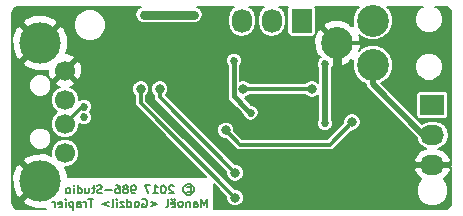
<source format=gbl>
G04 #@! TF.FileFunction,Copper,L2,Bot,Signal*
%FSLAX46Y46*%
G04 Gerber Fmt 4.6, Leading zero omitted, Abs format (unit mm)*
G04 Created by KiCad (PCBNEW 4.0.2+dfsg1-stable) date Thu 10 Aug 2017 18:21:02 BST*
%MOMM*%
G01*
G04 APERTURE LIST*
%ADD10C,0.150000*%
%ADD11C,0.175000*%
%ADD12R,1.727200X2.032000*%
%ADD13O,1.727200X2.032000*%
%ADD14R,2.032000X1.727200*%
%ADD15O,2.032000X1.727200*%
%ADD16C,1.700000*%
%ADD17C,3.500000*%
%ADD18C,2.700000*%
%ADD19C,0.685800*%
%ADD20C,0.800000*%
%ADD21C,0.800000*%
%ADD22C,0.300000*%
%ADD23C,0.500000*%
%ADD24C,0.400000*%
%ADD25C,0.180000*%
G04 APERTURE END LIST*
D10*
D11*
X163216667Y-95705833D02*
X163283333Y-95672500D01*
X163416667Y-95672500D01*
X163483333Y-95705833D01*
X163550000Y-95772500D01*
X163583333Y-95839167D01*
X163583333Y-95972500D01*
X163550000Y-96039167D01*
X163483333Y-96105833D01*
X163416667Y-96139167D01*
X163283333Y-96139167D01*
X163216667Y-96105833D01*
X163350000Y-95439167D02*
X163516667Y-95472500D01*
X163683333Y-95572500D01*
X163783333Y-95739167D01*
X163816667Y-95905833D01*
X163783333Y-96072500D01*
X163683333Y-96239167D01*
X163516667Y-96339167D01*
X163350000Y-96372500D01*
X163183333Y-96339167D01*
X163016667Y-96239167D01*
X162916667Y-96072500D01*
X162883333Y-95905833D01*
X162916667Y-95739167D01*
X163016667Y-95572500D01*
X163183333Y-95472500D01*
X163350000Y-95439167D01*
X162083334Y-95605833D02*
X162050000Y-95572500D01*
X161983334Y-95539167D01*
X161816667Y-95539167D01*
X161750000Y-95572500D01*
X161716667Y-95605833D01*
X161683334Y-95672500D01*
X161683334Y-95739167D01*
X161716667Y-95839167D01*
X162116667Y-96239167D01*
X161683334Y-96239167D01*
X161250000Y-95539167D02*
X161183333Y-95539167D01*
X161116667Y-95572500D01*
X161083333Y-95605833D01*
X161050000Y-95672500D01*
X161016667Y-95805833D01*
X161016667Y-95972500D01*
X161050000Y-96105833D01*
X161083333Y-96172500D01*
X161116667Y-96205833D01*
X161183333Y-96239167D01*
X161250000Y-96239167D01*
X161316667Y-96205833D01*
X161350000Y-96172500D01*
X161383333Y-96105833D01*
X161416667Y-95972500D01*
X161416667Y-95805833D01*
X161383333Y-95672500D01*
X161350000Y-95605833D01*
X161316667Y-95572500D01*
X161250000Y-95539167D01*
X160350000Y-96239167D02*
X160750000Y-96239167D01*
X160550000Y-96239167D02*
X160550000Y-95539167D01*
X160616666Y-95639167D01*
X160683333Y-95705833D01*
X160750000Y-95739167D01*
X160116666Y-95539167D02*
X159649999Y-95539167D01*
X159949999Y-96239167D01*
X158816666Y-96239167D02*
X158683333Y-96239167D01*
X158616666Y-96205833D01*
X158583333Y-96172500D01*
X158516666Y-96072500D01*
X158483333Y-95939167D01*
X158483333Y-95672500D01*
X158516666Y-95605833D01*
X158549999Y-95572500D01*
X158616666Y-95539167D01*
X158749999Y-95539167D01*
X158816666Y-95572500D01*
X158849999Y-95605833D01*
X158883333Y-95672500D01*
X158883333Y-95839167D01*
X158849999Y-95905833D01*
X158816666Y-95939167D01*
X158749999Y-95972500D01*
X158616666Y-95972500D01*
X158549999Y-95939167D01*
X158516666Y-95905833D01*
X158483333Y-95839167D01*
X158083332Y-95839167D02*
X158149999Y-95805833D01*
X158183332Y-95772500D01*
X158216666Y-95705833D01*
X158216666Y-95672500D01*
X158183332Y-95605833D01*
X158149999Y-95572500D01*
X158083332Y-95539167D01*
X157949999Y-95539167D01*
X157883332Y-95572500D01*
X157849999Y-95605833D01*
X157816666Y-95672500D01*
X157816666Y-95705833D01*
X157849999Y-95772500D01*
X157883332Y-95805833D01*
X157949999Y-95839167D01*
X158083332Y-95839167D01*
X158149999Y-95872500D01*
X158183332Y-95905833D01*
X158216666Y-95972500D01*
X158216666Y-96105833D01*
X158183332Y-96172500D01*
X158149999Y-96205833D01*
X158083332Y-96239167D01*
X157949999Y-96239167D01*
X157883332Y-96205833D01*
X157849999Y-96172500D01*
X157816666Y-96105833D01*
X157816666Y-95972500D01*
X157849999Y-95905833D01*
X157883332Y-95872500D01*
X157949999Y-95839167D01*
X157216665Y-95539167D02*
X157349999Y-95539167D01*
X157416665Y-95572500D01*
X157449999Y-95605833D01*
X157516665Y-95705833D01*
X157549999Y-95839167D01*
X157549999Y-96105833D01*
X157516665Y-96172500D01*
X157483332Y-96205833D01*
X157416665Y-96239167D01*
X157283332Y-96239167D01*
X157216665Y-96205833D01*
X157183332Y-96172500D01*
X157149999Y-96105833D01*
X157149999Y-95939167D01*
X157183332Y-95872500D01*
X157216665Y-95839167D01*
X157283332Y-95805833D01*
X157416665Y-95805833D01*
X157483332Y-95839167D01*
X157516665Y-95872500D01*
X157549999Y-95939167D01*
X156849998Y-95972500D02*
X156316665Y-95972500D01*
X156016665Y-96205833D02*
X155916665Y-96239167D01*
X155749998Y-96239167D01*
X155683331Y-96205833D01*
X155649998Y-96172500D01*
X155616665Y-96105833D01*
X155616665Y-96039167D01*
X155649998Y-95972500D01*
X155683331Y-95939167D01*
X155749998Y-95905833D01*
X155883331Y-95872500D01*
X155949998Y-95839167D01*
X155983331Y-95805833D01*
X156016665Y-95739167D01*
X156016665Y-95672500D01*
X155983331Y-95605833D01*
X155949998Y-95572500D01*
X155883331Y-95539167D01*
X155716665Y-95539167D01*
X155616665Y-95572500D01*
X155416664Y-95772500D02*
X155149998Y-95772500D01*
X155316664Y-95539167D02*
X155316664Y-96139167D01*
X155283331Y-96205833D01*
X155216664Y-96239167D01*
X155149998Y-96239167D01*
X154616664Y-95772500D02*
X154616664Y-96239167D01*
X154916664Y-95772500D02*
X154916664Y-96139167D01*
X154883331Y-96205833D01*
X154816664Y-96239167D01*
X154716664Y-96239167D01*
X154649998Y-96205833D01*
X154616664Y-96172500D01*
X153983331Y-96239167D02*
X153983331Y-95539167D01*
X153983331Y-96205833D02*
X154049998Y-96239167D01*
X154183331Y-96239167D01*
X154249998Y-96205833D01*
X154283331Y-96172500D01*
X154316665Y-96105833D01*
X154316665Y-95905833D01*
X154283331Y-95839167D01*
X154249998Y-95805833D01*
X154183331Y-95772500D01*
X154049998Y-95772500D01*
X153983331Y-95805833D01*
X153649998Y-96239167D02*
X153649998Y-95772500D01*
X153649998Y-95539167D02*
X153683332Y-95572500D01*
X153649998Y-95605833D01*
X153616665Y-95572500D01*
X153649998Y-95539167D01*
X153649998Y-95605833D01*
X153216665Y-96239167D02*
X153283332Y-96205833D01*
X153316665Y-96172500D01*
X153349999Y-96105833D01*
X153349999Y-95905833D01*
X153316665Y-95839167D01*
X153283332Y-95805833D01*
X153216665Y-95772500D01*
X153116665Y-95772500D01*
X153049999Y-95805833D01*
X153016665Y-95839167D01*
X152983332Y-95905833D01*
X152983332Y-96105833D01*
X153016665Y-96172500D01*
X153049999Y-96205833D01*
X153116665Y-96239167D01*
X153216665Y-96239167D01*
X164883331Y-97394167D02*
X164883331Y-96694167D01*
X164649998Y-97194167D01*
X164416665Y-96694167D01*
X164416665Y-97394167D01*
X163783331Y-97394167D02*
X163783331Y-97027500D01*
X163816665Y-96960833D01*
X163883331Y-96927500D01*
X164016665Y-96927500D01*
X164083331Y-96960833D01*
X163783331Y-97360833D02*
X163849998Y-97394167D01*
X164016665Y-97394167D01*
X164083331Y-97360833D01*
X164116665Y-97294167D01*
X164116665Y-97227500D01*
X164083331Y-97160833D01*
X164016665Y-97127500D01*
X163849998Y-97127500D01*
X163783331Y-97094167D01*
X163449998Y-96927500D02*
X163449998Y-97394167D01*
X163449998Y-96994167D02*
X163416665Y-96960833D01*
X163349998Y-96927500D01*
X163249998Y-96927500D01*
X163183332Y-96960833D01*
X163149998Y-97027500D01*
X163149998Y-97394167D01*
X162716665Y-97394167D02*
X162783332Y-97360833D01*
X162816665Y-97327500D01*
X162849999Y-97260833D01*
X162849999Y-97060833D01*
X162816665Y-96994167D01*
X162783332Y-96960833D01*
X162716665Y-96927500D01*
X162616665Y-96927500D01*
X162549999Y-96960833D01*
X162516665Y-96994167D01*
X162483332Y-97060833D01*
X162483332Y-97260833D01*
X162516665Y-97327500D01*
X162549999Y-97360833D01*
X162616665Y-97394167D01*
X162716665Y-97394167D01*
X161916666Y-97360833D02*
X161983332Y-97394167D01*
X162116666Y-97394167D01*
X162183332Y-97360833D01*
X162216666Y-97294167D01*
X162216666Y-97027500D01*
X162183332Y-96960833D01*
X162116666Y-96927500D01*
X161983332Y-96927500D01*
X161916666Y-96960833D01*
X161883332Y-97027500D01*
X161883332Y-97094167D01*
X162216666Y-97160833D01*
X162183332Y-96694167D02*
X162149999Y-96727500D01*
X162183332Y-96760833D01*
X162216666Y-96727500D01*
X162183332Y-96694167D01*
X162183332Y-96760833D01*
X161916666Y-96694167D02*
X161883332Y-96727500D01*
X161916666Y-96760833D01*
X161949999Y-96727500D01*
X161916666Y-96694167D01*
X161916666Y-96760833D01*
X161483332Y-97394167D02*
X161549999Y-97360833D01*
X161583332Y-97294167D01*
X161583332Y-96694167D01*
X160149999Y-96927500D02*
X160683332Y-97127500D01*
X160149999Y-97327500D01*
X159449999Y-96727500D02*
X159516665Y-96694167D01*
X159616665Y-96694167D01*
X159716665Y-96727500D01*
X159783332Y-96794167D01*
X159816665Y-96860833D01*
X159849999Y-96994167D01*
X159849999Y-97094167D01*
X159816665Y-97227500D01*
X159783332Y-97294167D01*
X159716665Y-97360833D01*
X159616665Y-97394167D01*
X159549999Y-97394167D01*
X159449999Y-97360833D01*
X159416665Y-97327500D01*
X159416665Y-97094167D01*
X159549999Y-97094167D01*
X159016665Y-97394167D02*
X159083332Y-97360833D01*
X159116665Y-97327500D01*
X159149999Y-97260833D01*
X159149999Y-97060833D01*
X159116665Y-96994167D01*
X159083332Y-96960833D01*
X159016665Y-96927500D01*
X158916665Y-96927500D01*
X158849999Y-96960833D01*
X158816665Y-96994167D01*
X158783332Y-97060833D01*
X158783332Y-97260833D01*
X158816665Y-97327500D01*
X158849999Y-97360833D01*
X158916665Y-97394167D01*
X159016665Y-97394167D01*
X158183332Y-97394167D02*
X158183332Y-96694167D01*
X158183332Y-97360833D02*
X158249999Y-97394167D01*
X158383332Y-97394167D01*
X158449999Y-97360833D01*
X158483332Y-97327500D01*
X158516666Y-97260833D01*
X158516666Y-97060833D01*
X158483332Y-96994167D01*
X158449999Y-96960833D01*
X158383332Y-96927500D01*
X158249999Y-96927500D01*
X158183332Y-96960833D01*
X157916666Y-96927500D02*
X157549999Y-96927500D01*
X157916666Y-97394167D01*
X157549999Y-97394167D01*
X157283332Y-97394167D02*
X157283332Y-96927500D01*
X157283332Y-96694167D02*
X157316666Y-96727500D01*
X157283332Y-96760833D01*
X157249999Y-96727500D01*
X157283332Y-96694167D01*
X157283332Y-96760833D01*
X156849999Y-97394167D02*
X156916666Y-97360833D01*
X156949999Y-97294167D01*
X156949999Y-96694167D01*
X156583332Y-96927500D02*
X156049999Y-97127500D01*
X156583332Y-97327500D01*
X155283332Y-96694167D02*
X154883332Y-96694167D01*
X155083332Y-97394167D02*
X155083332Y-96694167D01*
X154649999Y-97394167D02*
X154649999Y-96927500D01*
X154649999Y-97060833D02*
X154616666Y-96994167D01*
X154583333Y-96960833D01*
X154516666Y-96927500D01*
X154449999Y-96927500D01*
X153916666Y-97394167D02*
X153916666Y-97027500D01*
X153950000Y-96960833D01*
X154016666Y-96927500D01*
X154150000Y-96927500D01*
X154216666Y-96960833D01*
X153916666Y-97360833D02*
X153983333Y-97394167D01*
X154150000Y-97394167D01*
X154216666Y-97360833D01*
X154250000Y-97294167D01*
X154250000Y-97227500D01*
X154216666Y-97160833D01*
X154150000Y-97127500D01*
X153983333Y-97127500D01*
X153916666Y-97094167D01*
X153583333Y-96927500D02*
X153583333Y-97627500D01*
X153583333Y-96960833D02*
X153516667Y-96927500D01*
X153383333Y-96927500D01*
X153316667Y-96960833D01*
X153283333Y-96994167D01*
X153250000Y-97060833D01*
X153250000Y-97260833D01*
X153283333Y-97327500D01*
X153316667Y-97360833D01*
X153383333Y-97394167D01*
X153516667Y-97394167D01*
X153583333Y-97360833D01*
X152950000Y-97394167D02*
X152950000Y-96927500D01*
X152950000Y-96694167D02*
X152983334Y-96727500D01*
X152950000Y-96760833D01*
X152916667Y-96727500D01*
X152950000Y-96694167D01*
X152950000Y-96760833D01*
X152350001Y-97360833D02*
X152416667Y-97394167D01*
X152550001Y-97394167D01*
X152616667Y-97360833D01*
X152650001Y-97294167D01*
X152650001Y-97027500D01*
X152616667Y-96960833D01*
X152550001Y-96927500D01*
X152416667Y-96927500D01*
X152350001Y-96960833D01*
X152316667Y-97027500D01*
X152316667Y-97094167D01*
X152650001Y-97160833D01*
X152016667Y-97394167D02*
X152016667Y-96927500D01*
X152016667Y-97060833D02*
X151983334Y-96994167D01*
X151950001Y-96960833D01*
X151883334Y-96927500D01*
X151816667Y-96927500D01*
D12*
X172940000Y-81600000D03*
D13*
X170400000Y-81600000D03*
X167860000Y-81600000D03*
D14*
X184000000Y-88760000D03*
D15*
X184000000Y-91300000D03*
X184000000Y-93840000D03*
D16*
X152900000Y-88350000D03*
X152900000Y-90350000D03*
X152900000Y-92850000D03*
X152900000Y-85850000D03*
D17*
X150800000Y-83500000D03*
X150800000Y-95200000D03*
D18*
X178950000Y-81600000D03*
X178950000Y-85400000D03*
X175950000Y-83500000D03*
D19*
X173700000Y-89200000D03*
X162300004Y-87000000D03*
X159600000Y-82700000D03*
X161700000Y-94600000D03*
X176200000Y-96600000D03*
X179600000Y-94000000D03*
X158100000Y-83900000D03*
X168600000Y-89399998D03*
X167200000Y-85000000D03*
X159600000Y-81100000D03*
X163800000Y-81100000D03*
D20*
X159300000Y-87400000D03*
X167300000Y-96600000D03*
X167300000Y-94500000D03*
X160900000Y-87400000D03*
D19*
X174900000Y-90299999D03*
X174900000Y-85300000D03*
D20*
X166500002Y-90900000D03*
X177200000Y-90200000D03*
X168000000Y-87400000D03*
X173800000Y-87400000D03*
D19*
X154500000Y-89792900D03*
X154500000Y-88907100D03*
D21*
X179675000Y-91075000D02*
X179600000Y-91150000D01*
X179600000Y-91150000D02*
X179600000Y-94000000D01*
X175950000Y-87350000D02*
X179675000Y-91075000D01*
X175950000Y-83500000D02*
X175950000Y-87350000D01*
D22*
X175950000Y-83500000D02*
X182550000Y-83500000D01*
D23*
X184000000Y-93840000D02*
X185390000Y-93840000D01*
D24*
X167200000Y-87999998D02*
X168257101Y-89057099D01*
X167200000Y-85000000D02*
X167200000Y-87999998D01*
X168257101Y-89057099D02*
X168600000Y-89399998D01*
D21*
X163800000Y-81100000D02*
X159600000Y-81100000D01*
D23*
X178950000Y-85250000D02*
X178950000Y-87017766D01*
X183232234Y-91300000D02*
X184000000Y-91300000D01*
X178950000Y-87017766D02*
X183232234Y-91300000D01*
D22*
X159300000Y-87965685D02*
X159300000Y-87400000D01*
X159300000Y-88600000D02*
X159300000Y-87965685D01*
X167300000Y-96600000D02*
X159300000Y-88600000D01*
X167300000Y-94500000D02*
X160900000Y-88100000D01*
X160900000Y-88100000D02*
X160900000Y-87400000D01*
D23*
X174900000Y-85300000D02*
X174900000Y-90299999D01*
D22*
X177200000Y-90200000D02*
X175300000Y-92100000D01*
X175300000Y-92100000D02*
X167700002Y-92100000D01*
X167700002Y-92100000D02*
X166500002Y-90900000D01*
X173800000Y-87400000D02*
X168000000Y-87400000D01*
X154500000Y-88907100D02*
X154342900Y-88907100D01*
X154342900Y-88907100D02*
X152900000Y-90350000D01*
D25*
G36*
X159316814Y-80416329D02*
X159076741Y-80576741D01*
X158916329Y-80816814D01*
X158860000Y-81100000D01*
X158916329Y-81383186D01*
X159076741Y-81623259D01*
X159316814Y-81783671D01*
X159600000Y-81840000D01*
X163800000Y-81840000D01*
X164083186Y-81783671D01*
X164323259Y-81623259D01*
X164483671Y-81383186D01*
X164540000Y-81100000D01*
X164483671Y-80816814D01*
X164323259Y-80576741D01*
X164083186Y-80416329D01*
X164076505Y-80415000D01*
X167240841Y-80415000D01*
X167008926Y-80569960D01*
X166748019Y-80960436D01*
X166656400Y-81421034D01*
X166656400Y-81778966D01*
X166748019Y-82239564D01*
X167008926Y-82630040D01*
X167399402Y-82890947D01*
X167860000Y-82982566D01*
X168320598Y-82890947D01*
X168711074Y-82630040D01*
X168971981Y-82239564D01*
X169063600Y-81778966D01*
X169063600Y-81421034D01*
X168971981Y-80960436D01*
X168711074Y-80569960D01*
X168479159Y-80415000D01*
X169780841Y-80415000D01*
X169548926Y-80569960D01*
X169288019Y-80960436D01*
X169196400Y-81421034D01*
X169196400Y-81778966D01*
X169288019Y-82239564D01*
X169548926Y-82630040D01*
X169939402Y-82890947D01*
X170400000Y-82982566D01*
X170860598Y-82890947D01*
X171251074Y-82630040D01*
X171511981Y-82239564D01*
X171603600Y-81778966D01*
X171603600Y-81421034D01*
X171511981Y-80960436D01*
X171251074Y-80569960D01*
X171019159Y-80415000D01*
X171780372Y-80415000D01*
X171757052Y-80449130D01*
X171729740Y-80584000D01*
X171729740Y-82616000D01*
X171753448Y-82741996D01*
X171827911Y-82857716D01*
X171941530Y-82935348D01*
X172076400Y-82962660D01*
X173803600Y-82962660D01*
X173929596Y-82938952D01*
X174045316Y-82864489D01*
X174122948Y-82750870D01*
X174150260Y-82616000D01*
X174150260Y-80584000D01*
X174126552Y-80458004D01*
X174098880Y-80415000D01*
X177744961Y-80415000D01*
X177518123Y-80641442D01*
X177260294Y-81262363D01*
X177259707Y-81934687D01*
X177308049Y-82051683D01*
X177237216Y-81980850D01*
X177127563Y-82090503D01*
X176980773Y-81802250D01*
X176252609Y-81537023D01*
X175478376Y-81570643D01*
X174919227Y-81802250D01*
X174772436Y-82090505D01*
X175950000Y-83268069D01*
X175964143Y-83253927D01*
X176196074Y-83485858D01*
X176181931Y-83500000D01*
X176196074Y-83514143D01*
X175964143Y-83746074D01*
X175950000Y-83731931D01*
X175935858Y-83746074D01*
X175703927Y-83514143D01*
X175718069Y-83500000D01*
X174540505Y-82322436D01*
X174252250Y-82469227D01*
X173987023Y-83197391D01*
X174020643Y-83971624D01*
X174252250Y-84530773D01*
X174540503Y-84677563D01*
X174430850Y-84787216D01*
X174438952Y-84795318D01*
X174321403Y-84912663D01*
X174217219Y-85163567D01*
X174216982Y-85435241D01*
X174310000Y-85660363D01*
X174310000Y-86863460D01*
X174219723Y-86773025D01*
X173947841Y-86660129D01*
X173653451Y-86659872D01*
X173381372Y-86772293D01*
X173243425Y-86910000D01*
X168556459Y-86910000D01*
X168419723Y-86773025D01*
X168147841Y-86660129D01*
X167853451Y-86659872D01*
X167740000Y-86706749D01*
X167740000Y-85425867D01*
X167778597Y-85387337D01*
X167882781Y-85136433D01*
X167883018Y-84864759D01*
X167779272Y-84613673D01*
X167587337Y-84421403D01*
X167336433Y-84317219D01*
X167064759Y-84316982D01*
X166813673Y-84420728D01*
X166621403Y-84612663D01*
X166517219Y-84863567D01*
X166516982Y-85135241D01*
X166620728Y-85386327D01*
X166660000Y-85425668D01*
X166660000Y-87999998D01*
X166701105Y-88206647D01*
X166818162Y-88381836D01*
X167875261Y-89438934D01*
X167875263Y-89438937D01*
X167917030Y-89480703D01*
X167916982Y-89535239D01*
X168020728Y-89786325D01*
X168212663Y-89978595D01*
X168463567Y-90082779D01*
X168735241Y-90083016D01*
X168986327Y-89979270D01*
X169178597Y-89787335D01*
X169282781Y-89536431D01*
X169283018Y-89264757D01*
X169179272Y-89013671D01*
X168987337Y-88821401D01*
X168736433Y-88717217D01*
X168680846Y-88717169D01*
X168638939Y-88675261D01*
X168638936Y-88675259D01*
X168103768Y-88140091D01*
X168146549Y-88140128D01*
X168418628Y-88027707D01*
X168556575Y-87890000D01*
X173243541Y-87890000D01*
X173380277Y-88026975D01*
X173652159Y-88139871D01*
X173946549Y-88140128D01*
X174218628Y-88027707D01*
X174310000Y-87936494D01*
X174310000Y-89940124D01*
X174217219Y-90163566D01*
X174216982Y-90435240D01*
X174320728Y-90686326D01*
X174512663Y-90878596D01*
X174763567Y-90982780D01*
X175035241Y-90983017D01*
X175286327Y-90879271D01*
X175478597Y-90687336D01*
X175582781Y-90436432D01*
X175583018Y-90164758D01*
X175490000Y-89939636D01*
X175490000Y-85659875D01*
X175581695Y-85439048D01*
X175647391Y-85462977D01*
X176421624Y-85429357D01*
X176980773Y-85197750D01*
X177127563Y-84909497D01*
X177237216Y-85019150D01*
X177307367Y-84948999D01*
X177260294Y-85062363D01*
X177259707Y-85734687D01*
X177516452Y-86356057D01*
X177991442Y-86831877D01*
X178360000Y-86984916D01*
X178360000Y-87017766D01*
X178404911Y-87243549D01*
X178532807Y-87434959D01*
X182671958Y-91574110D01*
X182709053Y-91760598D01*
X182969960Y-92151074D01*
X183360436Y-92411981D01*
X183499615Y-92439666D01*
X183074365Y-92600396D01*
X182658848Y-92990659D01*
X182438766Y-93450818D01*
X182545790Y-93676000D01*
X183836000Y-93676000D01*
X183836000Y-93656000D01*
X184164000Y-93656000D01*
X184164000Y-93676000D01*
X184184000Y-93676000D01*
X184184000Y-94004000D01*
X184164000Y-94004000D01*
X184164000Y-94024000D01*
X183836000Y-94024000D01*
X183836000Y-94004000D01*
X182545790Y-94004000D01*
X182438766Y-94229182D01*
X182658848Y-94689341D01*
X183049086Y-95055862D01*
X182864666Y-95239960D01*
X182660233Y-95732288D01*
X182659768Y-96265373D01*
X182863341Y-96758057D01*
X183239960Y-97135334D01*
X183732288Y-97339767D01*
X184265373Y-97340232D01*
X184758057Y-97136659D01*
X185135334Y-96760040D01*
X185339767Y-96267712D01*
X185340232Y-95734627D01*
X185136659Y-95241943D01*
X184950908Y-95055867D01*
X185341152Y-94689341D01*
X185561234Y-94229182D01*
X185454211Y-94004002D01*
X185585000Y-94004002D01*
X185585000Y-96959126D01*
X185532958Y-97220759D01*
X185407909Y-97407908D01*
X185220758Y-97532959D01*
X184959126Y-97585000D01*
X165477499Y-97585000D01*
X165477499Y-95470464D01*
X166560041Y-96553006D01*
X166559872Y-96746549D01*
X166672293Y-97018628D01*
X166880277Y-97226975D01*
X167152159Y-97339871D01*
X167446549Y-97340128D01*
X167718628Y-97227707D01*
X167926975Y-97019723D01*
X168039871Y-96747841D01*
X168040128Y-96453451D01*
X167927707Y-96181372D01*
X167719723Y-95973025D01*
X167447841Y-95860129D01*
X167252924Y-95859959D01*
X159790000Y-88397036D01*
X159790000Y-87956459D01*
X159926975Y-87819723D01*
X160039871Y-87547841D01*
X160039872Y-87546549D01*
X160159872Y-87546549D01*
X160272293Y-87818628D01*
X160410000Y-87956575D01*
X160410000Y-88100000D01*
X160447299Y-88287515D01*
X160553518Y-88446482D01*
X166560041Y-94453005D01*
X166559872Y-94646549D01*
X166672293Y-94918628D01*
X166880277Y-95126975D01*
X167152159Y-95239871D01*
X167446549Y-95240128D01*
X167718628Y-95127707D01*
X167926975Y-94919723D01*
X168039871Y-94647841D01*
X168040128Y-94353451D01*
X167927707Y-94081372D01*
X167719723Y-93873025D01*
X167447841Y-93760129D01*
X167252923Y-93759959D01*
X164539513Y-91046549D01*
X165759874Y-91046549D01*
X165872295Y-91318628D01*
X166080279Y-91526975D01*
X166352161Y-91639871D01*
X166547079Y-91640041D01*
X167353519Y-92446482D01*
X167493235Y-92539837D01*
X167512487Y-92552701D01*
X167700002Y-92590000D01*
X175300000Y-92590000D01*
X175487515Y-92552701D01*
X175646482Y-92446482D01*
X177153005Y-90939959D01*
X177346549Y-90940128D01*
X177618628Y-90827707D01*
X177826975Y-90619723D01*
X177939871Y-90347841D01*
X177940128Y-90053451D01*
X177827707Y-89781372D01*
X177619723Y-89573025D01*
X177347841Y-89460129D01*
X177053451Y-89459872D01*
X176781372Y-89572293D01*
X176573025Y-89780277D01*
X176460129Y-90052159D01*
X176459959Y-90247077D01*
X175097036Y-91610000D01*
X167902967Y-91610000D01*
X167239961Y-90946995D01*
X167240130Y-90753451D01*
X167127709Y-90481372D01*
X166919725Y-90273025D01*
X166647843Y-90160129D01*
X166353453Y-90159872D01*
X166081374Y-90272293D01*
X165873027Y-90480277D01*
X165760131Y-90752159D01*
X165759874Y-91046549D01*
X164539513Y-91046549D01*
X161419738Y-87926774D01*
X161526975Y-87819723D01*
X161639871Y-87547841D01*
X161640128Y-87253451D01*
X161527707Y-86981372D01*
X161319723Y-86773025D01*
X161047841Y-86660129D01*
X160753451Y-86659872D01*
X160481372Y-86772293D01*
X160273025Y-86980277D01*
X160160129Y-87252159D01*
X160159872Y-87546549D01*
X160039872Y-87546549D01*
X160040128Y-87253451D01*
X159927707Y-86981372D01*
X159719723Y-86773025D01*
X159447841Y-86660129D01*
X159153451Y-86659872D01*
X158881372Y-86772293D01*
X158673025Y-86980277D01*
X158560129Y-87252159D01*
X158559872Y-87546549D01*
X158672293Y-87818628D01*
X158810000Y-87956575D01*
X158810000Y-88600000D01*
X158847299Y-88787515D01*
X158953518Y-88946482D01*
X164837035Y-94830000D01*
X153138168Y-94830000D01*
X153133317Y-94664395D01*
X152874674Y-94039978D01*
X153135667Y-94040206D01*
X153573200Y-93859421D01*
X153908244Y-93524961D01*
X154089793Y-93087744D01*
X154090206Y-92614333D01*
X153909421Y-92176800D01*
X153574961Y-91841756D01*
X153137744Y-91660207D01*
X152664333Y-91659794D01*
X152226800Y-91840579D01*
X151891756Y-92175039D01*
X151710207Y-92612256D01*
X151709839Y-93033951D01*
X151198087Y-92839330D01*
X150264395Y-92866683D01*
X149528826Y-93171367D01*
X149333107Y-93501176D01*
X150800000Y-94968069D01*
X150814143Y-94953927D01*
X151046074Y-95185858D01*
X151031931Y-95200000D01*
X151046074Y-95214143D01*
X150814143Y-95446074D01*
X150800000Y-95431931D01*
X149333107Y-96898824D01*
X149528826Y-97228633D01*
X150401913Y-97560670D01*
X151322502Y-97533701D01*
X151322502Y-97585000D01*
X149040874Y-97585000D01*
X148779241Y-97532958D01*
X148592092Y-97407909D01*
X148467041Y-97220758D01*
X148415000Y-96959126D01*
X148415000Y-94801913D01*
X148439330Y-94801913D01*
X148466683Y-95735605D01*
X148771367Y-96471174D01*
X149101176Y-96666893D01*
X150568069Y-95200000D01*
X149101176Y-93733107D01*
X148771367Y-93928826D01*
X148439330Y-94801913D01*
X148415000Y-94801913D01*
X148415000Y-91786157D01*
X149859837Y-91786157D01*
X150002642Y-92131772D01*
X150266837Y-92396429D01*
X150612202Y-92539837D01*
X150986157Y-92540163D01*
X151331772Y-92397358D01*
X151596429Y-92133163D01*
X151739837Y-91787798D01*
X151740163Y-91413843D01*
X151597358Y-91068228D01*
X151333163Y-90803571D01*
X150987798Y-90660163D01*
X150613843Y-90659837D01*
X150268228Y-90802642D01*
X150003571Y-91066837D01*
X149860163Y-91412202D01*
X149859837Y-91786157D01*
X148415000Y-91786157D01*
X148415000Y-88585667D01*
X151709794Y-88585667D01*
X151890579Y-89023200D01*
X152217085Y-89350277D01*
X151891756Y-89675039D01*
X151710207Y-90112256D01*
X151709794Y-90585667D01*
X151890579Y-91023200D01*
X152225039Y-91358244D01*
X152662256Y-91539793D01*
X153135667Y-91540206D01*
X153573200Y-91359421D01*
X153908244Y-91024961D01*
X154089793Y-90587744D01*
X154090001Y-90348796D01*
X154112663Y-90371497D01*
X154363567Y-90475681D01*
X154635241Y-90475918D01*
X154886327Y-90372172D01*
X155078597Y-90180237D01*
X155182781Y-89929333D01*
X155183018Y-89657659D01*
X155079272Y-89406573D01*
X155022867Y-89350070D01*
X155078597Y-89294437D01*
X155182781Y-89043533D01*
X155183018Y-88771859D01*
X155079272Y-88520773D01*
X154887337Y-88328503D01*
X154636433Y-88224319D01*
X154364759Y-88224082D01*
X154113673Y-88327828D01*
X154089999Y-88351461D01*
X154090206Y-88114333D01*
X153909421Y-87676800D01*
X153574961Y-87341756D01*
X153351133Y-87248814D01*
X153629738Y-87133412D01*
X153715078Y-86897009D01*
X152900000Y-86081931D01*
X152084922Y-86897009D01*
X152170262Y-87133412D01*
X152479567Y-87236138D01*
X152226800Y-87340579D01*
X151891756Y-87675039D01*
X151710207Y-88112256D01*
X151709794Y-88585667D01*
X148415000Y-88585667D01*
X148415000Y-87286157D01*
X149859837Y-87286157D01*
X150002642Y-87631772D01*
X150266837Y-87896429D01*
X150612202Y-88039837D01*
X150986157Y-88040163D01*
X151331772Y-87897358D01*
X151596429Y-87633163D01*
X151739837Y-87287798D01*
X151740163Y-86913843D01*
X151597358Y-86568228D01*
X151333163Y-86303571D01*
X150987798Y-86160163D01*
X150613843Y-86159837D01*
X150268228Y-86302642D01*
X150003571Y-86566837D01*
X149860163Y-86912202D01*
X149859837Y-87286157D01*
X148415000Y-87286157D01*
X148415000Y-85198824D01*
X149333107Y-85198824D01*
X149528826Y-85528633D01*
X150401913Y-85860670D01*
X151335605Y-85833317D01*
X151443795Y-85788503D01*
X151476487Y-86241506D01*
X151616588Y-86579738D01*
X151852991Y-86665078D01*
X152668069Y-85850000D01*
X153131931Y-85850000D01*
X153947009Y-86665078D01*
X154183412Y-86579738D01*
X154364977Y-86033050D01*
X154323513Y-85458494D01*
X154183412Y-85120262D01*
X153947009Y-85034922D01*
X153131931Y-85850000D01*
X152668069Y-85850000D01*
X152653927Y-85835858D01*
X152885858Y-85603927D01*
X152900000Y-85618069D01*
X153715078Y-84802991D01*
X153629738Y-84566588D01*
X153083050Y-84385023D01*
X152972452Y-84393005D01*
X153160670Y-83898087D01*
X153133317Y-82964395D01*
X152843772Y-82265373D01*
X153659768Y-82265373D01*
X153863341Y-82758057D01*
X154239960Y-83135334D01*
X154732288Y-83339767D01*
X155265373Y-83340232D01*
X155758057Y-83136659D01*
X156135334Y-82760040D01*
X156339767Y-82267712D01*
X156340232Y-81734627D01*
X156136659Y-81241943D01*
X155760040Y-80864666D01*
X155267712Y-80660233D01*
X154734627Y-80659768D01*
X154241943Y-80863341D01*
X153864666Y-81239960D01*
X153660233Y-81732288D01*
X153659768Y-82265373D01*
X152843772Y-82265373D01*
X152828633Y-82228826D01*
X152498824Y-82033107D01*
X151031931Y-83500000D01*
X151046074Y-83514143D01*
X150814143Y-83746074D01*
X150800000Y-83731931D01*
X149333107Y-85198824D01*
X148415000Y-85198824D01*
X148415000Y-83101913D01*
X148439330Y-83101913D01*
X148466683Y-84035605D01*
X148771367Y-84771174D01*
X149101176Y-84966893D01*
X150568069Y-83500000D01*
X149101176Y-82033107D01*
X148771367Y-82228826D01*
X148439330Y-83101913D01*
X148415000Y-83101913D01*
X148415000Y-81801176D01*
X149333107Y-81801176D01*
X150800000Y-83268069D01*
X152266893Y-81801176D01*
X152071174Y-81471367D01*
X151198087Y-81139330D01*
X150264395Y-81166683D01*
X149528826Y-81471367D01*
X149333107Y-81801176D01*
X148415000Y-81801176D01*
X148415000Y-81040874D01*
X148467041Y-80779242D01*
X148592092Y-80592091D01*
X148779241Y-80467042D01*
X149040874Y-80415000D01*
X159323495Y-80415000D01*
X159316814Y-80416329D01*
X159316814Y-80416329D01*
G37*
X159316814Y-80416329D02*
X159076741Y-80576741D01*
X158916329Y-80816814D01*
X158860000Y-81100000D01*
X158916329Y-81383186D01*
X159076741Y-81623259D01*
X159316814Y-81783671D01*
X159600000Y-81840000D01*
X163800000Y-81840000D01*
X164083186Y-81783671D01*
X164323259Y-81623259D01*
X164483671Y-81383186D01*
X164540000Y-81100000D01*
X164483671Y-80816814D01*
X164323259Y-80576741D01*
X164083186Y-80416329D01*
X164076505Y-80415000D01*
X167240841Y-80415000D01*
X167008926Y-80569960D01*
X166748019Y-80960436D01*
X166656400Y-81421034D01*
X166656400Y-81778966D01*
X166748019Y-82239564D01*
X167008926Y-82630040D01*
X167399402Y-82890947D01*
X167860000Y-82982566D01*
X168320598Y-82890947D01*
X168711074Y-82630040D01*
X168971981Y-82239564D01*
X169063600Y-81778966D01*
X169063600Y-81421034D01*
X168971981Y-80960436D01*
X168711074Y-80569960D01*
X168479159Y-80415000D01*
X169780841Y-80415000D01*
X169548926Y-80569960D01*
X169288019Y-80960436D01*
X169196400Y-81421034D01*
X169196400Y-81778966D01*
X169288019Y-82239564D01*
X169548926Y-82630040D01*
X169939402Y-82890947D01*
X170400000Y-82982566D01*
X170860598Y-82890947D01*
X171251074Y-82630040D01*
X171511981Y-82239564D01*
X171603600Y-81778966D01*
X171603600Y-81421034D01*
X171511981Y-80960436D01*
X171251074Y-80569960D01*
X171019159Y-80415000D01*
X171780372Y-80415000D01*
X171757052Y-80449130D01*
X171729740Y-80584000D01*
X171729740Y-82616000D01*
X171753448Y-82741996D01*
X171827911Y-82857716D01*
X171941530Y-82935348D01*
X172076400Y-82962660D01*
X173803600Y-82962660D01*
X173929596Y-82938952D01*
X174045316Y-82864489D01*
X174122948Y-82750870D01*
X174150260Y-82616000D01*
X174150260Y-80584000D01*
X174126552Y-80458004D01*
X174098880Y-80415000D01*
X177744961Y-80415000D01*
X177518123Y-80641442D01*
X177260294Y-81262363D01*
X177259707Y-81934687D01*
X177308049Y-82051683D01*
X177237216Y-81980850D01*
X177127563Y-82090503D01*
X176980773Y-81802250D01*
X176252609Y-81537023D01*
X175478376Y-81570643D01*
X174919227Y-81802250D01*
X174772436Y-82090505D01*
X175950000Y-83268069D01*
X175964143Y-83253927D01*
X176196074Y-83485858D01*
X176181931Y-83500000D01*
X176196074Y-83514143D01*
X175964143Y-83746074D01*
X175950000Y-83731931D01*
X175935858Y-83746074D01*
X175703927Y-83514143D01*
X175718069Y-83500000D01*
X174540505Y-82322436D01*
X174252250Y-82469227D01*
X173987023Y-83197391D01*
X174020643Y-83971624D01*
X174252250Y-84530773D01*
X174540503Y-84677563D01*
X174430850Y-84787216D01*
X174438952Y-84795318D01*
X174321403Y-84912663D01*
X174217219Y-85163567D01*
X174216982Y-85435241D01*
X174310000Y-85660363D01*
X174310000Y-86863460D01*
X174219723Y-86773025D01*
X173947841Y-86660129D01*
X173653451Y-86659872D01*
X173381372Y-86772293D01*
X173243425Y-86910000D01*
X168556459Y-86910000D01*
X168419723Y-86773025D01*
X168147841Y-86660129D01*
X167853451Y-86659872D01*
X167740000Y-86706749D01*
X167740000Y-85425867D01*
X167778597Y-85387337D01*
X167882781Y-85136433D01*
X167883018Y-84864759D01*
X167779272Y-84613673D01*
X167587337Y-84421403D01*
X167336433Y-84317219D01*
X167064759Y-84316982D01*
X166813673Y-84420728D01*
X166621403Y-84612663D01*
X166517219Y-84863567D01*
X166516982Y-85135241D01*
X166620728Y-85386327D01*
X166660000Y-85425668D01*
X166660000Y-87999998D01*
X166701105Y-88206647D01*
X166818162Y-88381836D01*
X167875261Y-89438934D01*
X167875263Y-89438937D01*
X167917030Y-89480703D01*
X167916982Y-89535239D01*
X168020728Y-89786325D01*
X168212663Y-89978595D01*
X168463567Y-90082779D01*
X168735241Y-90083016D01*
X168986327Y-89979270D01*
X169178597Y-89787335D01*
X169282781Y-89536431D01*
X169283018Y-89264757D01*
X169179272Y-89013671D01*
X168987337Y-88821401D01*
X168736433Y-88717217D01*
X168680846Y-88717169D01*
X168638939Y-88675261D01*
X168638936Y-88675259D01*
X168103768Y-88140091D01*
X168146549Y-88140128D01*
X168418628Y-88027707D01*
X168556575Y-87890000D01*
X173243541Y-87890000D01*
X173380277Y-88026975D01*
X173652159Y-88139871D01*
X173946549Y-88140128D01*
X174218628Y-88027707D01*
X174310000Y-87936494D01*
X174310000Y-89940124D01*
X174217219Y-90163566D01*
X174216982Y-90435240D01*
X174320728Y-90686326D01*
X174512663Y-90878596D01*
X174763567Y-90982780D01*
X175035241Y-90983017D01*
X175286327Y-90879271D01*
X175478597Y-90687336D01*
X175582781Y-90436432D01*
X175583018Y-90164758D01*
X175490000Y-89939636D01*
X175490000Y-85659875D01*
X175581695Y-85439048D01*
X175647391Y-85462977D01*
X176421624Y-85429357D01*
X176980773Y-85197750D01*
X177127563Y-84909497D01*
X177237216Y-85019150D01*
X177307367Y-84948999D01*
X177260294Y-85062363D01*
X177259707Y-85734687D01*
X177516452Y-86356057D01*
X177991442Y-86831877D01*
X178360000Y-86984916D01*
X178360000Y-87017766D01*
X178404911Y-87243549D01*
X178532807Y-87434959D01*
X182671958Y-91574110D01*
X182709053Y-91760598D01*
X182969960Y-92151074D01*
X183360436Y-92411981D01*
X183499615Y-92439666D01*
X183074365Y-92600396D01*
X182658848Y-92990659D01*
X182438766Y-93450818D01*
X182545790Y-93676000D01*
X183836000Y-93676000D01*
X183836000Y-93656000D01*
X184164000Y-93656000D01*
X184164000Y-93676000D01*
X184184000Y-93676000D01*
X184184000Y-94004000D01*
X184164000Y-94004000D01*
X184164000Y-94024000D01*
X183836000Y-94024000D01*
X183836000Y-94004000D01*
X182545790Y-94004000D01*
X182438766Y-94229182D01*
X182658848Y-94689341D01*
X183049086Y-95055862D01*
X182864666Y-95239960D01*
X182660233Y-95732288D01*
X182659768Y-96265373D01*
X182863341Y-96758057D01*
X183239960Y-97135334D01*
X183732288Y-97339767D01*
X184265373Y-97340232D01*
X184758057Y-97136659D01*
X185135334Y-96760040D01*
X185339767Y-96267712D01*
X185340232Y-95734627D01*
X185136659Y-95241943D01*
X184950908Y-95055867D01*
X185341152Y-94689341D01*
X185561234Y-94229182D01*
X185454211Y-94004002D01*
X185585000Y-94004002D01*
X185585000Y-96959126D01*
X185532958Y-97220759D01*
X185407909Y-97407908D01*
X185220758Y-97532959D01*
X184959126Y-97585000D01*
X165477499Y-97585000D01*
X165477499Y-95470464D01*
X166560041Y-96553006D01*
X166559872Y-96746549D01*
X166672293Y-97018628D01*
X166880277Y-97226975D01*
X167152159Y-97339871D01*
X167446549Y-97340128D01*
X167718628Y-97227707D01*
X167926975Y-97019723D01*
X168039871Y-96747841D01*
X168040128Y-96453451D01*
X167927707Y-96181372D01*
X167719723Y-95973025D01*
X167447841Y-95860129D01*
X167252924Y-95859959D01*
X159790000Y-88397036D01*
X159790000Y-87956459D01*
X159926975Y-87819723D01*
X160039871Y-87547841D01*
X160039872Y-87546549D01*
X160159872Y-87546549D01*
X160272293Y-87818628D01*
X160410000Y-87956575D01*
X160410000Y-88100000D01*
X160447299Y-88287515D01*
X160553518Y-88446482D01*
X166560041Y-94453005D01*
X166559872Y-94646549D01*
X166672293Y-94918628D01*
X166880277Y-95126975D01*
X167152159Y-95239871D01*
X167446549Y-95240128D01*
X167718628Y-95127707D01*
X167926975Y-94919723D01*
X168039871Y-94647841D01*
X168040128Y-94353451D01*
X167927707Y-94081372D01*
X167719723Y-93873025D01*
X167447841Y-93760129D01*
X167252923Y-93759959D01*
X164539513Y-91046549D01*
X165759874Y-91046549D01*
X165872295Y-91318628D01*
X166080279Y-91526975D01*
X166352161Y-91639871D01*
X166547079Y-91640041D01*
X167353519Y-92446482D01*
X167493235Y-92539837D01*
X167512487Y-92552701D01*
X167700002Y-92590000D01*
X175300000Y-92590000D01*
X175487515Y-92552701D01*
X175646482Y-92446482D01*
X177153005Y-90939959D01*
X177346549Y-90940128D01*
X177618628Y-90827707D01*
X177826975Y-90619723D01*
X177939871Y-90347841D01*
X177940128Y-90053451D01*
X177827707Y-89781372D01*
X177619723Y-89573025D01*
X177347841Y-89460129D01*
X177053451Y-89459872D01*
X176781372Y-89572293D01*
X176573025Y-89780277D01*
X176460129Y-90052159D01*
X176459959Y-90247077D01*
X175097036Y-91610000D01*
X167902967Y-91610000D01*
X167239961Y-90946995D01*
X167240130Y-90753451D01*
X167127709Y-90481372D01*
X166919725Y-90273025D01*
X166647843Y-90160129D01*
X166353453Y-90159872D01*
X166081374Y-90272293D01*
X165873027Y-90480277D01*
X165760131Y-90752159D01*
X165759874Y-91046549D01*
X164539513Y-91046549D01*
X161419738Y-87926774D01*
X161526975Y-87819723D01*
X161639871Y-87547841D01*
X161640128Y-87253451D01*
X161527707Y-86981372D01*
X161319723Y-86773025D01*
X161047841Y-86660129D01*
X160753451Y-86659872D01*
X160481372Y-86772293D01*
X160273025Y-86980277D01*
X160160129Y-87252159D01*
X160159872Y-87546549D01*
X160039872Y-87546549D01*
X160040128Y-87253451D01*
X159927707Y-86981372D01*
X159719723Y-86773025D01*
X159447841Y-86660129D01*
X159153451Y-86659872D01*
X158881372Y-86772293D01*
X158673025Y-86980277D01*
X158560129Y-87252159D01*
X158559872Y-87546549D01*
X158672293Y-87818628D01*
X158810000Y-87956575D01*
X158810000Y-88600000D01*
X158847299Y-88787515D01*
X158953518Y-88946482D01*
X164837035Y-94830000D01*
X153138168Y-94830000D01*
X153133317Y-94664395D01*
X152874674Y-94039978D01*
X153135667Y-94040206D01*
X153573200Y-93859421D01*
X153908244Y-93524961D01*
X154089793Y-93087744D01*
X154090206Y-92614333D01*
X153909421Y-92176800D01*
X153574961Y-91841756D01*
X153137744Y-91660207D01*
X152664333Y-91659794D01*
X152226800Y-91840579D01*
X151891756Y-92175039D01*
X151710207Y-92612256D01*
X151709839Y-93033951D01*
X151198087Y-92839330D01*
X150264395Y-92866683D01*
X149528826Y-93171367D01*
X149333107Y-93501176D01*
X150800000Y-94968069D01*
X150814143Y-94953927D01*
X151046074Y-95185858D01*
X151031931Y-95200000D01*
X151046074Y-95214143D01*
X150814143Y-95446074D01*
X150800000Y-95431931D01*
X149333107Y-96898824D01*
X149528826Y-97228633D01*
X150401913Y-97560670D01*
X151322502Y-97533701D01*
X151322502Y-97585000D01*
X149040874Y-97585000D01*
X148779241Y-97532958D01*
X148592092Y-97407909D01*
X148467041Y-97220758D01*
X148415000Y-96959126D01*
X148415000Y-94801913D01*
X148439330Y-94801913D01*
X148466683Y-95735605D01*
X148771367Y-96471174D01*
X149101176Y-96666893D01*
X150568069Y-95200000D01*
X149101176Y-93733107D01*
X148771367Y-93928826D01*
X148439330Y-94801913D01*
X148415000Y-94801913D01*
X148415000Y-91786157D01*
X149859837Y-91786157D01*
X150002642Y-92131772D01*
X150266837Y-92396429D01*
X150612202Y-92539837D01*
X150986157Y-92540163D01*
X151331772Y-92397358D01*
X151596429Y-92133163D01*
X151739837Y-91787798D01*
X151740163Y-91413843D01*
X151597358Y-91068228D01*
X151333163Y-90803571D01*
X150987798Y-90660163D01*
X150613843Y-90659837D01*
X150268228Y-90802642D01*
X150003571Y-91066837D01*
X149860163Y-91412202D01*
X149859837Y-91786157D01*
X148415000Y-91786157D01*
X148415000Y-88585667D01*
X151709794Y-88585667D01*
X151890579Y-89023200D01*
X152217085Y-89350277D01*
X151891756Y-89675039D01*
X151710207Y-90112256D01*
X151709794Y-90585667D01*
X151890579Y-91023200D01*
X152225039Y-91358244D01*
X152662256Y-91539793D01*
X153135667Y-91540206D01*
X153573200Y-91359421D01*
X153908244Y-91024961D01*
X154089793Y-90587744D01*
X154090001Y-90348796D01*
X154112663Y-90371497D01*
X154363567Y-90475681D01*
X154635241Y-90475918D01*
X154886327Y-90372172D01*
X155078597Y-90180237D01*
X155182781Y-89929333D01*
X155183018Y-89657659D01*
X155079272Y-89406573D01*
X155022867Y-89350070D01*
X155078597Y-89294437D01*
X155182781Y-89043533D01*
X155183018Y-88771859D01*
X155079272Y-88520773D01*
X154887337Y-88328503D01*
X154636433Y-88224319D01*
X154364759Y-88224082D01*
X154113673Y-88327828D01*
X154089999Y-88351461D01*
X154090206Y-88114333D01*
X153909421Y-87676800D01*
X153574961Y-87341756D01*
X153351133Y-87248814D01*
X153629738Y-87133412D01*
X153715078Y-86897009D01*
X152900000Y-86081931D01*
X152084922Y-86897009D01*
X152170262Y-87133412D01*
X152479567Y-87236138D01*
X152226800Y-87340579D01*
X151891756Y-87675039D01*
X151710207Y-88112256D01*
X151709794Y-88585667D01*
X148415000Y-88585667D01*
X148415000Y-87286157D01*
X149859837Y-87286157D01*
X150002642Y-87631772D01*
X150266837Y-87896429D01*
X150612202Y-88039837D01*
X150986157Y-88040163D01*
X151331772Y-87897358D01*
X151596429Y-87633163D01*
X151739837Y-87287798D01*
X151740163Y-86913843D01*
X151597358Y-86568228D01*
X151333163Y-86303571D01*
X150987798Y-86160163D01*
X150613843Y-86159837D01*
X150268228Y-86302642D01*
X150003571Y-86566837D01*
X149860163Y-86912202D01*
X149859837Y-87286157D01*
X148415000Y-87286157D01*
X148415000Y-85198824D01*
X149333107Y-85198824D01*
X149528826Y-85528633D01*
X150401913Y-85860670D01*
X151335605Y-85833317D01*
X151443795Y-85788503D01*
X151476487Y-86241506D01*
X151616588Y-86579738D01*
X151852991Y-86665078D01*
X152668069Y-85850000D01*
X153131931Y-85850000D01*
X153947009Y-86665078D01*
X154183412Y-86579738D01*
X154364977Y-86033050D01*
X154323513Y-85458494D01*
X154183412Y-85120262D01*
X153947009Y-85034922D01*
X153131931Y-85850000D01*
X152668069Y-85850000D01*
X152653927Y-85835858D01*
X152885858Y-85603927D01*
X152900000Y-85618069D01*
X153715078Y-84802991D01*
X153629738Y-84566588D01*
X153083050Y-84385023D01*
X152972452Y-84393005D01*
X153160670Y-83898087D01*
X153133317Y-82964395D01*
X152843772Y-82265373D01*
X153659768Y-82265373D01*
X153863341Y-82758057D01*
X154239960Y-83135334D01*
X154732288Y-83339767D01*
X155265373Y-83340232D01*
X155758057Y-83136659D01*
X156135334Y-82760040D01*
X156339767Y-82267712D01*
X156340232Y-81734627D01*
X156136659Y-81241943D01*
X155760040Y-80864666D01*
X155267712Y-80660233D01*
X154734627Y-80659768D01*
X154241943Y-80863341D01*
X153864666Y-81239960D01*
X153660233Y-81732288D01*
X153659768Y-82265373D01*
X152843772Y-82265373D01*
X152828633Y-82228826D01*
X152498824Y-82033107D01*
X151031931Y-83500000D01*
X151046074Y-83514143D01*
X150814143Y-83746074D01*
X150800000Y-83731931D01*
X149333107Y-85198824D01*
X148415000Y-85198824D01*
X148415000Y-83101913D01*
X148439330Y-83101913D01*
X148466683Y-84035605D01*
X148771367Y-84771174D01*
X149101176Y-84966893D01*
X150568069Y-83500000D01*
X149101176Y-82033107D01*
X148771367Y-82228826D01*
X148439330Y-83101913D01*
X148415000Y-83101913D01*
X148415000Y-81801176D01*
X149333107Y-81801176D01*
X150800000Y-83268069D01*
X152266893Y-81801176D01*
X152071174Y-81471367D01*
X151198087Y-81139330D01*
X150264395Y-81166683D01*
X149528826Y-81471367D01*
X149333107Y-81801176D01*
X148415000Y-81801176D01*
X148415000Y-81040874D01*
X148467041Y-80779242D01*
X148592092Y-80592091D01*
X148779241Y-80467042D01*
X149040874Y-80415000D01*
X159323495Y-80415000D01*
X159316814Y-80416329D01*
G36*
X183026800Y-80490579D02*
X182691756Y-80825039D01*
X182510207Y-81262256D01*
X182509794Y-81735667D01*
X182690579Y-82173200D01*
X183025039Y-82508244D01*
X183462256Y-82689793D01*
X183935667Y-82690206D01*
X184373200Y-82509421D01*
X184708244Y-82174961D01*
X184889793Y-81737744D01*
X184890206Y-81264333D01*
X184709421Y-80826800D01*
X184374961Y-80491756D01*
X184190113Y-80415000D01*
X184959126Y-80415000D01*
X185220758Y-80467041D01*
X185407909Y-80592092D01*
X185532958Y-80779241D01*
X185585000Y-81040874D01*
X185585000Y-93675998D01*
X185454211Y-93675998D01*
X185561234Y-93450818D01*
X185341152Y-92990659D01*
X184925635Y-92600396D01*
X184500385Y-92439666D01*
X184639564Y-92411981D01*
X185030040Y-92151074D01*
X185290947Y-91760598D01*
X185382566Y-91300000D01*
X185290947Y-90839402D01*
X185030040Y-90448926D01*
X184639564Y-90188019D01*
X184178966Y-90096400D01*
X183821034Y-90096400D01*
X183360436Y-90188019D01*
X183117178Y-90350558D01*
X180663020Y-87896400D01*
X182637340Y-87896400D01*
X182637340Y-89623600D01*
X182661048Y-89749596D01*
X182735511Y-89865316D01*
X182849130Y-89942948D01*
X182984000Y-89970260D01*
X185016000Y-89970260D01*
X185141996Y-89946552D01*
X185257716Y-89872089D01*
X185335348Y-89758470D01*
X185362660Y-89623600D01*
X185362660Y-87896400D01*
X185338952Y-87770404D01*
X185264489Y-87654684D01*
X185150870Y-87577052D01*
X185016000Y-87549740D01*
X182984000Y-87549740D01*
X182858004Y-87573448D01*
X182742284Y-87647911D01*
X182664652Y-87761530D01*
X182637340Y-87896400D01*
X180663020Y-87896400D01*
X179689604Y-86922984D01*
X179906057Y-86833548D01*
X180381877Y-86358558D01*
X180639706Y-85737637D01*
X180639707Y-85735667D01*
X182509794Y-85735667D01*
X182690579Y-86173200D01*
X183025039Y-86508244D01*
X183462256Y-86689793D01*
X183935667Y-86690206D01*
X184373200Y-86509421D01*
X184708244Y-86174961D01*
X184889793Y-85737744D01*
X184890206Y-85264333D01*
X184709421Y-84826800D01*
X184374961Y-84491756D01*
X183937744Y-84310207D01*
X183464333Y-84309794D01*
X183026800Y-84490579D01*
X182691756Y-84825039D01*
X182510207Y-85262256D01*
X182509794Y-85735667D01*
X180639707Y-85735667D01*
X180640293Y-85065313D01*
X180383548Y-84443943D01*
X179908558Y-83968123D01*
X179287637Y-83710294D01*
X178615313Y-83709707D01*
X177993943Y-83966452D01*
X177772941Y-84187068D01*
X177912977Y-83802609D01*
X177879357Y-83028376D01*
X177802343Y-82842447D01*
X177991442Y-83031877D01*
X178612363Y-83289706D01*
X179284687Y-83290293D01*
X179906057Y-83033548D01*
X180381877Y-82558558D01*
X180639706Y-81937637D01*
X180640293Y-81265313D01*
X180383548Y-80643943D01*
X180155004Y-80415000D01*
X183209715Y-80415000D01*
X183026800Y-80490579D01*
X183026800Y-80490579D01*
G37*
X183026800Y-80490579D02*
X182691756Y-80825039D01*
X182510207Y-81262256D01*
X182509794Y-81735667D01*
X182690579Y-82173200D01*
X183025039Y-82508244D01*
X183462256Y-82689793D01*
X183935667Y-82690206D01*
X184373200Y-82509421D01*
X184708244Y-82174961D01*
X184889793Y-81737744D01*
X184890206Y-81264333D01*
X184709421Y-80826800D01*
X184374961Y-80491756D01*
X184190113Y-80415000D01*
X184959126Y-80415000D01*
X185220758Y-80467041D01*
X185407909Y-80592092D01*
X185532958Y-80779241D01*
X185585000Y-81040874D01*
X185585000Y-93675998D01*
X185454211Y-93675998D01*
X185561234Y-93450818D01*
X185341152Y-92990659D01*
X184925635Y-92600396D01*
X184500385Y-92439666D01*
X184639564Y-92411981D01*
X185030040Y-92151074D01*
X185290947Y-91760598D01*
X185382566Y-91300000D01*
X185290947Y-90839402D01*
X185030040Y-90448926D01*
X184639564Y-90188019D01*
X184178966Y-90096400D01*
X183821034Y-90096400D01*
X183360436Y-90188019D01*
X183117178Y-90350558D01*
X180663020Y-87896400D01*
X182637340Y-87896400D01*
X182637340Y-89623600D01*
X182661048Y-89749596D01*
X182735511Y-89865316D01*
X182849130Y-89942948D01*
X182984000Y-89970260D01*
X185016000Y-89970260D01*
X185141996Y-89946552D01*
X185257716Y-89872089D01*
X185335348Y-89758470D01*
X185362660Y-89623600D01*
X185362660Y-87896400D01*
X185338952Y-87770404D01*
X185264489Y-87654684D01*
X185150870Y-87577052D01*
X185016000Y-87549740D01*
X182984000Y-87549740D01*
X182858004Y-87573448D01*
X182742284Y-87647911D01*
X182664652Y-87761530D01*
X182637340Y-87896400D01*
X180663020Y-87896400D01*
X179689604Y-86922984D01*
X179906057Y-86833548D01*
X180381877Y-86358558D01*
X180639706Y-85737637D01*
X180639707Y-85735667D01*
X182509794Y-85735667D01*
X182690579Y-86173200D01*
X183025039Y-86508244D01*
X183462256Y-86689793D01*
X183935667Y-86690206D01*
X184373200Y-86509421D01*
X184708244Y-86174961D01*
X184889793Y-85737744D01*
X184890206Y-85264333D01*
X184709421Y-84826800D01*
X184374961Y-84491756D01*
X183937744Y-84310207D01*
X183464333Y-84309794D01*
X183026800Y-84490579D01*
X182691756Y-84825039D01*
X182510207Y-85262256D01*
X182509794Y-85735667D01*
X180639707Y-85735667D01*
X180640293Y-85065313D01*
X180383548Y-84443943D01*
X179908558Y-83968123D01*
X179287637Y-83710294D01*
X178615313Y-83709707D01*
X177993943Y-83966452D01*
X177772941Y-84187068D01*
X177912977Y-83802609D01*
X177879357Y-83028376D01*
X177802343Y-82842447D01*
X177991442Y-83031877D01*
X178612363Y-83289706D01*
X179284687Y-83290293D01*
X179906057Y-83033548D01*
X180381877Y-82558558D01*
X180639706Y-81937637D01*
X180640293Y-81265313D01*
X180383548Y-80643943D01*
X180155004Y-80415000D01*
X183209715Y-80415000D01*
X183026800Y-80490579D01*
M02*

</source>
